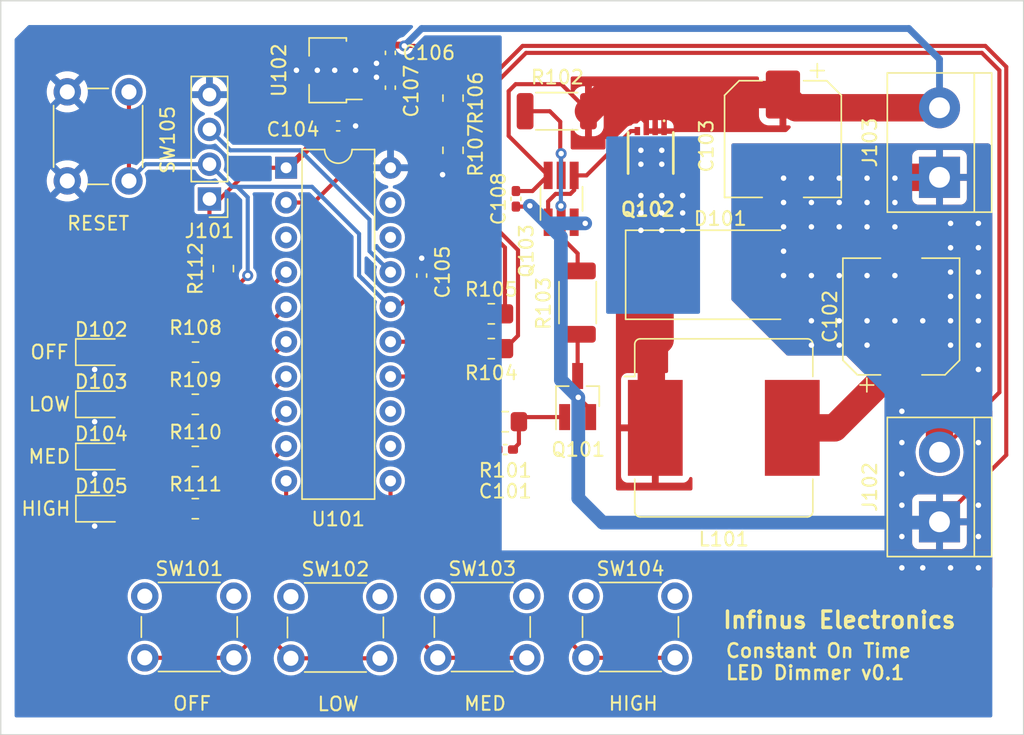
<source format=kicad_pcb>
(kicad_pcb (version 20221018) (generator pcbnew)
  (layers (0 "F.Cu" signal) (31 "B.Cu" signal) (34 "B.Paste" user) (35 "F.Paste" user) (36 "B.SilkS" user "B.Silkscreen") (37 "F.SilkS" user "F.Silkscreen") (38 "B.Mask" user) (39 "F.Mask" user) (44 "Edge.Cuts" user))
  (net 0 "")
  (net 1 "/PWM_OUT")
  (net 2 "Net-(Q101-B)")
  (net 3 "GND")
  (net 4 "VCC")
  (net 5 "+3.3V")
  (net 6 "/SBWTDIO{slash}RST")
  (net 7 "Net-(D102-A)")
  (net 8 "Net-(D103-A)")
  (net 9 "Net-(D104-A)")
  (net 10 "Net-(D105-A)")
  (net 11 "/SBWTCK")
  (net 12 "Net-(Q101-C)")
  (net 13 "Net-(Q102-G)")
  (net 14 "Net-(Q103A-B1)")
  (net 15 "/VFB")
  (net 16 "/VCC_SNS")
  (net 17 "Net-(U101-P2.1{slash}TA1.1)")
  (net 18 "Net-(U101-P2.2{slash}TA1.1)")
  (net 19 "Net-(U101-P2.3{slash}TA1.0)")
  (net 20 "/SW")
  (net 21 "Net-(J102-Pin_2)")
  (net 22 "Net-(U101-P2.0{slash}TA1.0)")
  (net 23 "Net-(U101-UCA0TXD{slash}UCA0SIMO{slash}TA0.1{slash}CA2{slash}A2{slash}P1.2)")
  (net 24 "Net-(U101-CAOUT{slash}VREF-{slash}VeREF-{slash}CA3{slash}A3{slash}P1.3)")
  (net 25 "Net-(U101-TCK{slash}SMCLK{slash}UCB0STE{slash}UCA0CLK{slash}VREF+{slash}VeREF+{slash}CA4{slash}A4{slash}P1.4)")
  (net 30 "Net-(U101-TMS{slash}UCB0CLK{slash}UCA0STE{slash}TA0.0{slash}CA5{slash}A5{slash}P1.5)")
  (footprint "TerminalBlock:TerminalBlock_bornier-2_P5.08mm" (layer "F.Cu") (at 237.19 90.874 90)
    (fp_text reference "J103")
    (fp_text value "VIN")
  )
  (footprint "Resistor_SMD:R_0805_2012Metric_Pad1.20x1.40mm_HandSolder" (layer "F.Cu") (at 182.864 111.252 180)
    (fp_text reference "R110")
    (fp_text value "1k")
  )
  (footprint "Connector_PinHeader_2.54mm:PinHeader_1x04_P2.54mm_Vertical" (layer "F.Cu") (at 183.896 92.456 180)
    (fp_text reference "J101")
    (fp_text value "SBW")
  )
  (footprint "Capacitor_SMD:C_0402_1005Metric_Pad0.74x0.62mm_HandSolder" (layer "F.Cu") (at 193.294 87.122)
    (fp_text reference "C104")
    (fp_text value "1u")
  )
  (footprint "Resistor_SMD:R_0805_2012Metric_Pad1.20x1.40mm_HandSolder" (layer "F.Cu") (at 201.676 85.09 -90)
    (fp_text reference "R106")
    (fp_text value "9k1")
  )
  (footprint "Button_Switch_THT:SW_PUSH_6mm" (layer "F.Cu") (at 189.842 121.484)
    (fp_text reference "SW102")
    (fp_text value "LOW")
  )
  (footprint "Package_TO_SOT_SMD:TSOT-23-6_HandSoldering" (layer "F.Cu") (at 209.57 92.442 90)
    (fp_text reference "Q103")
    (fp_text value "PBSS4240DPN")
  )
  (footprint "Diode_SMD:D_0805_2012Metric_Pad1.15x1.40mm_HandSolder" (layer "F.Cu") (at 175.997 103.632)
    (fp_text reference "D102")
    (fp_text value "OFF")
  )
  (footprint "Capacitor_SMD:C_0402_1005Metric_Pad0.74x0.62mm_HandSolder" (layer "F.Cu") (at 197.104 81.788 -90)
    (fp_text reference "C106")
    (fp_text value "1u")
  )
  (footprint "Resistor_SMD:R_0805_2012Metric_Pad1.20x1.40mm_HandSolder" (layer "F.Cu") (at 204.47 100.838)
    (fp_text reference "R105")
    (fp_text value "1k")
  )
  (footprint "Capacitor_SMD:CP_Elec_8x10" (layer "F.Cu") (at 234.396 101.034 90)
    (fp_text reference "C102")
    (fp_text value "330u")
  )
  (footprint "Button_Switch_THT:SW_PUSH_6mm" (layer "F.Cu") (at 211.38 121.448)
    (fp_text reference "SW104")
    (fp_text value "HIGH")
  )
  (footprint "Resistor_SMD:R_0805_2012Metric_Pad1.20x1.40mm_HandSolder" (layer "F.Cu") (at 182.864 107.442 180)
    (fp_text reference "R109")
    (fp_text value "1k")
  )
  (footprint "Diode_SMD:D_0805_2012Metric_Pad1.15x1.40mm_HandSolder" (layer "F.Cu") (at 175.997 111.252)
    (fp_text reference "D104")
    (fp_text value "MED")
  )
  (footprint "Capacitor_SMD:C_0402_1005Metric_Pad0.74x0.62mm_HandSolder" (layer "F.Cu") (at 197.104 84.328 90)
    (fp_text reference "C107")
    (fp_text value "1u")
  )
  (footprint "Capacitor_SMD:C_0402_1005Metric_Pad0.74x0.62mm_HandSolder" (layer "F.Cu") (at 205.486 110.744)
    (fp_text reference "C101")
    (fp_text value "1n")
  )
  (footprint "Button_Switch_THT:SW_PUSH_6mm" (layer "F.Cu") (at 173.518 91.134 90)
    (fp_text reference "SW105")
    (fp_text value "RESET")
  )
  (footprint "Resistor_SMD:R_0805_2012Metric_Pad1.20x1.40mm_HandSolder" (layer "F.Cu") (at 182.864 115.062 180)
    (fp_text reference "R111")
    (fp_text value "1k")
  )
  (footprint "Diode_SMD:D_SMC_Handsoldering" (layer "F.Cu") (at 221.188 97.986)
    (fp_text reference "D101")
    (fp_text value "SS35")
  )
  (footprint "Resistor_SMD:R_0805_2012Metric_Pad1.20x1.40mm_HandSolder" (layer "F.Cu") (at 201.676 88.9 -90)
    (fp_text reference "R107")
    (fp_text value "1k")
  )
  (footprint "Inductor_SMD:L_Bourns_SRR1208_12.7x12.7mm" (layer "F.Cu") (at 221.442 109.162)
    (fp_text reference "L101")
    (fp_text value "56u")
  )
  (footprint "PXP015:PXP01530QLJ" (layer "F.Cu") (at 216.108 89.096 180)
    (fp_text reference "Q102")
    (fp_text value "PXP015-30QL" hide)
  )
  (footprint "Capacitor_SMD:C_0402_1005Metric_Pad0.74x0.62mm_HandSolder" (layer "F.Cu") (at 199.39 98.044 90)
    (fp_text reference "C105")
    (fp_text value "1n")
  )
  (footprint "Package_TO_SOT_SMD:SOT-23_Handsoldering" (layer "F.Cu") (at 210.774 106.876 90)
    (fp_text reference "Q101")
    (fp_text value "PMBT4401")
  )
  (footprint "Diode_SMD:D_0805_2012Metric_Pad1.15x1.40mm_HandSolder" (layer "F.Cu") (at 175.997 107.442)
    (fp_text reference "D103")
    (fp_text value "LOW")
  )
  (footprint "Package_TO_SOT_SMD:SOT-89-3" (layer "F.Cu") (at 192.532 83.058 180)
    (fp_text reference "U102")
    (fp_text value "AP2204RB-3.3")
  )
  (footprint "Capacitor_SMD:C_0402_1005Metric_Pad0.74x0.62mm_HandSolder" (layer "F.Cu") (at 206.268 92.442 -90)
    (fp_text reference "C108")
    (fp_text value "1u")
  )
  (footprint "Resistor_SMD:R_0805_2012Metric_Pad1.20x1.40mm_HandSolder" (layer "F.Cu") (at 184.912 97.536 -90)
    (fp_text reference "R112")
    (fp_text value "47k")
  )
  (footprint "Resistor_SMD:R_0805_2012Metric_Pad1.20x1.40mm_HandSolder" (layer "F.Cu") (at 205.486 108.712)
    (fp_text reference "R101")
    (fp_text value "1k")
  )
  (footprint "Resistor_SMD:R_0805_2012Metric_Pad1.20x1.40mm_HandSolder" (layer "F.Cu") (at 182.88 103.632 180)
    (fp_text reference "R108")
    (fp_text value "1k")
  )
  (footprint "Button_Switch_THT:SW_PUSH_6mm" (layer "F.Cu") (at 200.562 121.448)
    (fp_text reference "SW103")
    (fp_text value "MED")
  )
  (footprint "Capacitor_SMD:CP_Elec_8x10" (layer "F.Cu") (at 225.76 88.08 -90)
    (fp_text reference "C103")
    (fp_text value "470u")
  )
  (footprint "Button_Switch_THT:SW_PUSH_6mm" (layer "F.Cu") (at 179.174 121.448)
    (fp_text reference "SW101")
    (fp_text value "OFF")
  )
  (footprint "Package_DIP:DIP-20_W7.62mm" (layer "F.Cu") (at 189.494 90.175)
    (fp_text reference "U101")
    (fp_text value "MSP430G2553IN20")
  )
  (footprint "Resistor_SMD:R_2010_5025Metric" (layer "F.Cu") (at 209.25 86.048)
    (fp_text reference "R102")
    (fp_text value "470")
  )
  (footprint "TerminalBlock:TerminalBlock_bornier-2_P5.08mm" (layer "F.Cu") (at 237.19 116.02 90)
    (fp_text reference "J102")
    (fp_text value "OUT")
  )
  (footprint "Resistor_SMD:R_0805_2012Metric_Pad1.20x1.40mm_HandSolder" (layer "F.Cu") (at 204.47 103.378 180)
    (fp_text reference "R104")
    (fp_text value "3k9")
  )
  (footprint "Resistor_SMD:R_2010_5025Metric" (layer "F.Cu") (at 210.774 100.018 90)
    (fp_text reference "R103")
    (fp_text value "470")
  )
  (footprint "Diode_SMD:D_0805_2012Metric_Pad1.15x1.40mm_HandSolder" (layer "F.Cu") (at 176.006 115.062)
    (fp_text reference "D105")
    (fp_text value "HIGH")
  )
  (gr_poly (pts (xy 243.332 77.978) (xy 243.332 131.572) (xy 168.656 131.572) (xy 168.656 77.978)) (stroke (width 0.1)) (fill none) (layer "Edge.Cuts"))
  (gr_text "Constant On Time\nLED Dimmer v0.1" (at 221.488 126.238) (layer "F.SilkS") (effects (font (size 1 1) (thickness 0.1875)) (justify left)))
  (gr_text "Infinus Electronics" (at 238.506 123.19) (layer "F.SilkS") (effects (font (size 1.2 1.2) (thickness 0.25) bold) (justify right)))
  (segment (start 197.114 105.415) (end 201.935 105.415) (width 0.3) (layer "F.Cu") (net 1))
  (segment (start 201.935 105.415) (end 204.486 107.966) (width 0.3) (layer "F.Cu") (net 1))
  (segment (start 204.486 107.966) (end 204.486 108.712) (width 0.3) (layer "F.Cu") (net 1))
  (segment (start 204.486 108.712) (end 204.486 110.3115) (width 0.3) (layer "F.Cu") (net 1))
  (segment (start 204.486 110.3115) (end 204.9185 110.744) (width 0.3) (layer "F.Cu") (net 1))
  (segment (start 206.486 108.712) (end 206.486 110.3115) (width 0.3) (layer "F.Cu") (net 2))
  (segment (start 206.486 108.712) (end 206.822 108.376) (width 0.3) (layer "F.Cu") (net 2))
  (segment (start 206.822 108.376) (end 209.824 108.376) (width 0.3) (layer "F.Cu") (net 2))
  (segment (start 206.486 110.3115) (end 206.0535 110.744) (width 0.3) (layer "F.Cu") (net 2))
  (segment (start 225.806 98.044) (end 225.864 97.986) (width 2) (layer "F.Cu") (net 3))
  (segment (start 225.806 90.932) (end 225.806 91.284) (width 2) (layer "F.Cu") (net 3))
  (segment (start 229.87 90.932) (end 229.812 90.874) (width 2) (layer "F.Cu") (net 3))
  (segment (start 225.76 92.664) (end 225.806 92.71) (width 2) (layer "F.Cu") (net 3))
  (segment (start 225.806 94.488) (end 225.76 94.534) (width 2) (layer "F.Cu") (net 3))
  (segment (start 199.39 97.4765) (end 199.39 96.774) (width 0.3) (layer "F.Cu") (net 3))
  (segment (start 174.981 115.062) (end 174.981 115.799) (width 0.3) (layer "F.Cu") (net 3))
  (segment (start 233.934 98.044) (end 233.992 97.986) (width 2) (layer "F.Cu") (net 3))
  (segment (start 174.972 103.632) (end 174.972 104.36) (width 0.3) (layer "F.Cu") (net 3))
  (segment (start 205.47 100.838) (end 205.47 95.996) (width 0.3) (layer "F.Cu") (net 3))
  (segment (start 196.2825 82.3555) (end 196.088 82.55) (width 0.5) (layer "F.Cu") (net 3))
  (segment (start 191.77 83.058) (end 190.246 83.058) (width 0.5) (layer "F.Cu") (net 3))
  (segment (start 242.062 82.804) (end 242.062 111.148) (width 0.3) (layer "F.Cu") (net 3))
  (segment (start 242.062 111.148) (end 237.19 116.02) (width 0.3) (layer "F.Cu") (net 3))
  (segment (start 226.216 90.874) (end 226.158 90.932) (width 2) (layer "F.Cu") (net 3))
  (segment (start 233.992 90.874) (end 233.934 90.932) (width 2) (layer "F.Cu") (net 3))
  (segment (start 204.216 83.82) (end 206.756 81.28) (width 0.3) (layer "F.Cu") (net 3))
  (segment (start 225.76 92.756) (end 225.76 94.442) (width 2) (layer "F.Cu") (net 3))
  (segment (start 233.934 90.932) (end 233.876 90.874) (width 2) (layer "F.Cu") (net 3))
  (segment (start 207.2245 93.0095) (end 207.284 92.95) (width 0.3) (layer "F.Cu") (net 3))
  (segment (start 197.104 82.3555) (end 196.2825 82.3555) (width 0.5) (layer "F.Cu") (net 3))
  (segment (start 206.756 81.28) (end 240.538 81.28) (width 0.3) (layer "F.Cu") (net 3))
  (segment (start 231.96 90.874) (end 231.902 90.932) (width 2) (layer "F.Cu") (net 3))
  (segment (start 204.216 94.742) (end 204.216 83.82) (width 0.3) (layer "F.Cu") (net 3))
  (segment (start 227.838 98.044) (end 227.896 97.986) (width 2) (layer "F.Cu") (net 3))
  (segment (start 174.972 111.98) (end 175.514 112.522) (width 0.3) (layer "F.Cu") (net 3))
  (segment (start 206.268 93.0095) (end 207.2245 93.0095) (width 0.3) (layer "F.Cu") (net 3))
  (segment (start 174.972 107.442) (end 174.972 108.17) (width 0.3) (layer "F.Cu") (net 3))
  (segment (start 225.864 97.986) (end 227.78 97.986) (width 2) (layer "F.Cu") (net 3))
  (segment (start 211.246 94.152) (end 210.52 94.152) (width 0.3) (layer "F.Cu") (net 3))
  (segment (start 231.844 97.986) (end 231.902 98.044) (width 2) (layer "F.Cu") (net 3))
  (segment (start 233.992 97.986) (end 234.194 97.986) (width 2) (layer "F.Cu") (net 3))
  (segment (start 229.928 97.986) (end 231.844 97.986) (width 2) (layer "F.Cu") (net 3))
  (segment (start 231.844 90.874) (end 229.928 90.874) (width 2) (layer "F.Cu") (net 3))
  (segment (start 210.82 106.934) (end 211.724 107.838) (width 0.3) (layer "F.Cu") (net 3))
  (segment (start 231.902 98.044) (end 231.96 97.986) (width 2) (layer "F.Cu") (net 3))
  (segment (start 225.76 97.814) (end 225.588 97.986) (width 2) (layer "F.Cu") (net 3))
  (segment (start 225.748 97.986) (end 225.806 98.044) (width 2) (layer "F.Cu") (net 3))
  (segment (start 193.8615 87.122) (end 194.564 87.122) (width 0.5) (layer "F.Cu") (net 3))
  (segment (start 174.981 115.799) (end 175.514 116.332) (width 0.3) (layer "F.Cu") (net 3))
  (segment (start 233.876 90.874) (end 231.96 90.874) (width 2) (layer "F.Cu") (net 3))
  (segment (start 174.972 104.36) (end 175.514 104.902) (width 0.3) (layer "F.Cu") (net 3))
  (segment (start 225.76 94.534) (end 225.76 96.22) (width 2) (layer "F.Cu") (net 3))
  (segment (start 231.96 97.986) (end 233.876 97.986) (width 2) (layer "F.Cu") (net 3))
  (segment (start 201.676 89.916) (end 200.914 90.678) (width 0.3) (layer "F.Cu") (net 3))
  (segment (start 225.588 97.986) (end 225.748 97.986) (width 2) (layer "F.Cu") (net 3))
  (segment (start 240.538 81.28) (end 242.062 82.804) (width 0.3) (layer "F.Cu") (net 3))
  (segment (start 231.902 90.932) (end 231.844 90.874) (width 2) (layer "F.Cu") (net 3))
  (segment (start 225.806 91.284) (end 225.76 91.33) (width 2) (layer "F.Cu") (net 3))
  (segment (start 229.928 90.874) (end 229.87 90.932) (width 2) (layer "F.Cu") (net 3))
  (segment (start 225.806 96.266) (end 225.76 96.312) (width 2) (layer "F.Cu") (net 3))
  (segment (start 227.78 90.874) (end 226.216 90.874) (width 2) (layer "F.Cu") (net 3))
  (segment (start 211.724 107.838) (end 211.724 108.376) (width 0.3) (layer "F.Cu") (net 3))
  (segment (start 227.896 90.874) (end 227.838 90.932) (width 2) (layer "F.Cu") (net 3))
  (segment (start 229.812 90.874) (end 227.896 90.874) (width 2) (layer "F.Cu") (net 3))
  (segment (start 225.806 92.71) (end 225.76 92.756) (width 2) (layer "F.Cu") (net 3))
  (segment (start 229.812 97.986) (end 229.87 98.044) (width 2) (layer "F.Cu") (net 3))
  (segment (start 225.76 96.22) (end 225.806 96.266) (width 2) (layer "F.Cu") (net 3))
  (segment (start 196.2825 83.7605) (end 196.088 83.566) (width 0.5) (layer "F.Cu") (net 3))
  (segment (start 174.972 111.252) (end 174.972 111.98) (width 0.3) (layer "F.Cu") (net 3))
  (segment (start 227.896 97.986) (end 229.812 97.986) (width 2) (layer "F.Cu") (net 3))
  (segment (start 174.972 108.17) (end 175.514 108.712) (width 0.3) (layer "F.Cu") (net 3))
  (segment (start 225.76 96.312) (end 225.76 97.814) (width 2) (layer "F.Cu") (net 3))
  (segment (start 237.19 90.874) (end 233.992 90.874) (width 2) (layer "F.Cu") (net 3))
  (segment (start 225.76 94.442) (end 225.806 94.488) (width 2) (layer "F.Cu") (net 3))
  (segment (start 233.876 97.986) (end 233.934 98.044) (width 2) (layer "F.Cu") (net 3))
  (segment (start 197.104 83.7605) (end 196.2825 83.7605) (width 0.5) (layer "F.Cu") (net 3))
  (segment (start 229.87 98.044) (end 229.928 97.986) (width 2) (layer "F.Cu") (net 3))
  (segment (start 201.676 89.9) (end 201.676 89.916) (width 0.3) (layer "F.Cu") (net 3))
  (segment (start 205.47 95.996) (end 204.216 94.742) (width 0.3) (layer "F.Cu") (net 3))
  (segment (start 225.76 91.33) (end 225.76 92.664) (width 2) (layer "F.Cu") (net 3))
  (segment (start 226.158 90.932) (end 225.806 90.932) (width 2) (layer "F.Cu") (net 3))
  (segment (start 211.328 94.234) (end 211.246 94.152) (width 0.3) (layer "F.Cu") (net 3))
  (segment (start 227.78 97.986) (end 227.838 98.044) (width 2) (layer "F.Cu") (net 3))
  (segment (start 227.838 90.932) (end 227.78 90.874) (width 2) (layer "F.Cu") (net 3))
  (segment (start 234.194 97.986) (end 234.396 97.784) (width 2) (layer "F.Cu") (net 3))
  (via (at 196.088 83.566) (size 0.8) (drill 0.4) (layers "F.Cu" "B.Cu") (net 3))
  (via (at 235.966 119.38) (size 0.8) (drill 0.4) (layers "F.Cu" "B.Cu") (net 3))
  (via (at 240.03 117.094) (size 0.8) (drill 0.4) (layers "F.Cu" "B.Cu") (net 3))
  (via (at 233.934 101.346) (size 0.8) (drill 0.4) (layers "F.Cu" "B.Cu") (net 3))
  (via (at 227.838 103.124) (size 0.8) (drill 0.4) (layers "F.Cu" "B.Cu") (net 3))
  (via (at 229.87 94.488) (size 0.8) (drill 0.4) (layers "F.Cu" "B.Cu") (net 3))
  (via (at 231.902 98.044) (size 0.8) (drill 0.4) (layers "F.Cu" "B.Cu") (net 3))
  (via (at 175.514 112.522) (size 0.8) (drill 0.4) (layers "F.Cu" "B.Cu") (net 3))
  (via (at 237.998 97.79) (size 0.8) (drill 0.4) (layers "F.Cu" "B.Cu") (net 3))
  (via (at 191.77 83.058) (size 0.8) (drill 0.4) (layers "F.Cu" "B.Cu") (net 3))
  (via (at 240.03 104.902) (size 0.8) (drill 0.4) (layers "F.Cu" "B.Cu") (net 3))
  (via (at 237.998 101.346) (size 0.8) (drill 0.4) (layers "F.Cu" "B.Cu") (net 3))
  (via (at 240.03 101.346) (size 0.8) (drill 0.4) (layers "F.Cu" "B.Cu") (net 3))
  (via (at 196.088 82.55) (size 0.8) (drill 0.4) (layers "F.Cu" "B.Cu") (net 3))
  (via (at 227.838 92.71) (size 0.8) (drill 0.4) (layers "F.Cu" "B.Cu") (net 3))
  (via (at 231.902 90.932) (size 0.8) (drill 0.4) (layers "F.Cu" "B.Cu") (net 3))
  (via (at 199.39 96.774) (size 0.8) (drill 0.4) (layers "F.Cu" "B.Cu") (net 3))
  (via (at 237.998 94.234) (size 0.8) (drill 0.4) (layers "F.Cu" "B.Cu") (net 3))
  (via (at 193.04 83.058) (size 0.8) (drill 0.4) (layers "F.Cu" "B.Cu") (net 3))
  (via (at 211.328 94.234) (size 0.8) (drill 0.4) (layers "F.Cu" "B.Cu") (net 3))
  (via (at 237.998 103.124) (size 0.8) (drill 0.4) (layers "F.Cu" "B.Cu") (net 3))
  (via (at 175.514 116.332) (size 0.8) (drill 0.4) (layers "F.Cu" "B.Cu") (net 3))
  (via (at 227.838 90.932) (size 0.8) (drill 0.4) (layers "F.Cu" "B.Cu") (net 3))
  (via (at 234.442 114.808) (size 0.8) (drill 0.4) (layers "F.Cu" "B.Cu") (net 3))
  (via (at 237.998 119.38) (size 0.8) (drill 0.4) (layers "F.Cu" "B.Cu") (net 3))
  (via (at 200.914 90.678) (size 0.8) (drill 0.4) (layers "F.Cu" "B.Cu") (net 3))
  (via (at 231.902 103.124) (size 0.8) (drill 0.4) (layers "F.Cu" "B.Cu") (net 3))
  (via (at 233.934 94.488) (size 0.8) (drill 0.4) (layers "F.Cu" "B.Cu") (net 3))
  (via (at 240.03 114.808) (size 0.8) (drill 0.4) (layers "F.Cu" "B.Cu") (net 3))
  (via (at 240.03 103.124) (size 0.8) (drill 0.4) (layers "F.Cu" "B.Cu") (net 3))
  (via (at 231.902 94.488) (size 0.8) (drill 0.4) (layers "F.Cu" "B.Cu") (net 3))
  (via (at 229.87 98.044) (size 0.8) (drill 0.4) (layers "F.Cu" "B.Cu") (net 3))
  (via (at 231.902 92.71) (size 0.8) (drill 0.4) (layers "F.Cu" "B.Cu") (net 3))
  (via (at 175.514 104.902) (size 0.8) (drill 0.4) (layers "F.Cu" "B.Cu") (net 3))
  (via (at 237.998 99.568) (size 0.8) (drill 0.4) (layers "F.Cu" "B.Cu") (net 3))
  (via (at 225.806 96.266) (size 0.8) (drill 0.4) (layers "F.Cu" "B.Cu") (net 3))
  (via (at 234.442 110.236) (size 0.8) (drill 0.4) (layers "F.Cu" "B.Cu") (net 3))
  (via (at 225.806 92.71) (size 0.8) (drill 0.4) (layers "F.Cu" "B.Cu") (net 3))
  (via (at 234.442 107.95) (size 0.8) (drill 0.4) (layers "F.Cu" "B.Cu") (net 3))
  (via (at 229.87 103.124) (size 0.8) (drill 0.4) (layers "F.Cu" "B.Cu") (net 3))
  (via (at 237.998 96.012) (size 0.8) (drill 0.4) (layers "F.Cu" "B.Cu") (net 3))
  (via (at 190.246 83.058) (size 0.8) (drill 0.4) (layers "F.Cu" "B.Cu") (net 3))
  (via (at 227.838 94.488) (size 0.8) (drill 0.4) (layers "F.Cu" "B.Cu") (net 3))
  (via (at 227.838 101.346) (size 0.8) (drill 0.4) (layers "F.Cu" "B.Cu") (net 3))
  (via (at 229.87 101.346) (size 0.8) (drill 0.4) (layers "F.Cu" "B.Cu") (net 3))
  (via (at 240.03 97.79) (size 0.8) (drill 0.4) (layers "F.Cu" "B.Cu") (net 3))
  (via (at 233.934 98.044) (size 0.8) (drill 0.4) (layers "F.Cu" "B.Cu") (net 3))
  (via (at 234.442 112.522) (size 0.8) (drill 0.4) (layers "F.Cu" "B.Cu") (net 3))
  (via (at 231.902 101.346) (size 0.8) (drill 0.4) (layers "F.Cu" "B.Cu") (net 3))
  (via (at 240.03 94.234) (size 0.8) (drill 0.4) (layers "F.Cu" "B.Cu") (net 3))
  (via (at 194.564 87.122) (size 0.8) (drill 0.4) (layers "F.Cu" "B.Cu") (net 3))
  (via (at 210.82 106.934) (size 0.8) (drill 0.4) (layers "F.Cu" "B.Cu") (net 3))
  (via (at 235.966 101.346) (size 0.8) (drill 0.4) (layers "F.Cu" "B.Cu") (net 3))
  (via (at 227.838 98.044) (size 0.8) (drill 0.4) (layers "F.Cu" "B.Cu") (net 3))
  (via (at 225.806 94.488) (size 0.8) (drill 0.4) (layers "F.Cu" "B.Cu") (net 3))
  (via (at 207.284 92.95) (size 0.8) (drill 0.4) (layers "F.Cu" "B.Cu") (net 3))
  (via (at 233.934 90.932) (size 0.8) (drill 0.4) (layers "F.Cu" "B.Cu") (net 3))
  (via (at 194.564 83.058) (size 0.8) (drill 0.4) (layers "F.Cu" "B.Cu") (net 3))
  (via (at 225.806 98.044) (size 0.8) (drill 0.4) (layers "F.Cu" "B.Cu") (net 3))
  (via (at 240.03 119.38) (size 0.8) (drill 0.4) (layers "F.Cu" "B.Cu") (net 3))
  (via (at 234.442 119.38) (size 0.8) (drill 0.4) (layers "F.Cu" "B.Cu") (net 3))
  (via (at 225.806 90.932) (size 0.8) (drill 0.4) (layers "F.Cu" "B.Cu") (net 3))
  (via (at 229.87 92.71) (size 0.8) (drill 0.4) (layers "F.Cu" "B.Cu") (net 3))
  (via (at 229.87 90.932) (size 0.8) (drill 0.4) (layers "F.Cu" "B.Cu") (net 3))
  (via (at 240.03 110.236) (size 0.8) (drill 0.4) (layers "F.Cu" "B.Cu") (net 3))
  (via (at 240.03 96.012) (size 0.8) (drill 0.4) (layers "F.Cu" "B.Cu") (net 3))
  (via (at 175.514 108.712) (size 0.8) (drill 0.4) (layers "F.Cu" "B.Cu") (net 3))
  (via (at 233.934 92.71) (size 0.8) (drill 0.4) (layers "F.Cu" "B.Cu") (net 3))
  (via (at 240.03 99.568) (size 0.8) (drill 0.4) (layers "F.Cu" "B.Cu") (net 3))
  (via (at 234.442 117.094) (size 0.8) (drill 0.4) (layers "F.Cu" "B.Cu") (net 3))
  (segment (start 237.19 116.02) (end 237.04 116.02) (width 1) (layer "B.Cu") (net 3))
  (segment (start 236.982 116.078) (end 212.598 116.078) (width 1) (layer "B.Cu") (net 3))
  (segment (start 210.82 106.934) (end 209.55 105.664) (width 1) (layer "B.Cu") (net 3))
  (segment (start 208.568 94.234) (end 211.328 94.234) (width 1) (layer "B.Cu") (net 3))
  (segment (start 210.82 114.3) (end 210.82 106.934) (width 1) (layer "B.Cu") (net 3))
  (segment (start 212.598 116.078) (end 210.82 114.3) (width 1) (layer "B.Cu") (net 3))
  (segment (start 237.04 116.02) (end 236.982 116.078) (width 1) (layer "B.Cu") (net 3))
  (segment (start 209.55 95.216) (end 207.284 92.95) (width 1) (layer "B.Cu") (net 3))
  (segment (start 209.55 105.664) (end 209.55 95.216) (width 1) (layer "B.Cu") (net 3))
  (segment (start 207.284 92.95) (end 208.568 94.234) (width 1) (layer "B.Cu") (net 3))
  (segment (start 194.482 81.558) (end 196.7665 81.558) (width 0.5) (layer "F.Cu") (net 4))
  (segment (start 197.104 81.2205) (end 198.0605 81.2205) (width 0.5) (layer "F.Cu") (net 4))
  (segment (start 215.842 86.048) (end 216.433 86.639) (width 0.3) (layer "F.Cu") (net 4))
  (segment (start 196.7665 81.558) (end 197.104 81.2205) (width 0.5) (layer "F.Cu") (net 4))
  (segment (start 208.62 90.732) (end 205.74 87.852) (width 0.3) (layer "F.Cu") (net 4))
  (segment (start 214.935 86.048) (end 215.842 86.048) (width 0.3) (layer "F.Cu") (net 4))
  (segment (start 215.783 86.896) (end 215.783 87.496) (width 0.3) (layer "F.Cu") (net 4))
  (segment (start 198.0605 81.2205) (end 198.12 81.28) (width 0.5) (layer "F.Cu") (net 4))
  (segment (start 215.842 86.048) (end 216.604 86.048) (width 0.3) (layer "F.Cu") (net 4))
  (segment (start 205.74 84.582) (end 206.248 84.074) (width 0.3) (layer "F.Cu") (net 4))
  (segment (start 212.7805 84.83) (end 225.76 84.83) (width 2) (layer "F.Cu") (net 4))
  (segment (start 211.5625 86.048) (end 212.7805 84.83) (width 2) (layer "F.Cu") (net 4))
  (segment (start 216.433 86.639) (end 216.433 87.496) (width 0.3) (layer "F.Cu") (net 4))
  (segment (start 206.248 84.074) (end 209.5885 84.074) (width 0.3) (layer "F.Cu") (net 4))
  (segment (start 198.866 81.28) (end 198.12 81.28) (width 0.3) (layer "F.Cu") (net 4))
  (segment (start 237.19 85.794) (end 226.724 85.794) (width 2) (layer "F.Cu") (net 4))
  (segment (start 226.724 85.794) (end 225.76 84.83) (width 2) (layer "F.Cu") (net 4))
  (segment (start 214.935 86.048) (end 215.783 86.896) (width 0.3) (layer "F.Cu") (net 4))
  (segment (start 216.604 86.048) (end 217.083 86.527) (width 0.3) (layer "F.Cu") (net 4))
  (segment (start 201.676 84.09) (end 198.866 81.28) (width 0.3) (layer "F.Cu") (net 4))
  (segment (start 205.74 87.852) (end 205.74 84.582) (width 0.3) (layer "F.Cu") (net 4))
  (segment (start 206.268 91.8745) (end 207.4775 91.8745) (width 0.3) (layer "F.Cu") (net 4))
  (segment (start 217.083 86.527) (end 217.083 87.496) (width 0.3) (layer "F.Cu") (net 4))
  (segment (start 211.5625 86.048) (end 214.935 86.048) (width 0.3) (layer "F.Cu") (net 4))
  (segment (start 209.5885 84.074) (end 211.5625 86.048) (width 0.3) (layer "F.Cu") (net 4))
  (segment (start 207.4775 91.8745) (end 208.62 90.732) (width 0.3) (layer "F.Cu") (net 4))
  (via (at 198.12 81.28) (size 0.8) (drill 0.4) (layers "F.Cu" "B.Cu") (net 4))
  (segment (start 234.95 80.01) (end 237.19 82.25) (width 0.5) (layer "B.Cu") (net 4))
  (segment (start 237.19 82.25) (end 237.19 85.794) (width 0.5) (layer "B.Cu") (net 4))
  (segment (start 199.39 80.01) (end 234.95 80.01) (width 0.5) (layer "B.Cu") (net 4))
  (segment (start 198.12 81.28) (end 199.39 80.01) (width 0.5) (layer "B.Cu") (net 4))
  (segment (start 196.7665 84.558) (end 197.104 84.8955) (width 0.5) (layer "F.Cu") (net 5))
  (segment (start 186.944 90.17) (end 186.949 90.175) (width 0.3) (layer "F.Cu") (net 5))
  (segment (start 189.6735 90.175) (end 192.7265 87.122) (width 0.5) (layer "F.Cu") (net 5))
  (segment (start 189.499 90.17) (end 189.494 90.175) (width 0.5) (layer "F.Cu") (net 5))
  (segment (start 186.949 90.175) (end 189.494 90.175) (width 0.3) (layer "F.Cu") (net 5))
  (segment (start 193.908401 85.852) (end 196.1475 85.852) (width 0.5) (layer "F.Cu") (net 5))
  (segment (start 184.658 92.456) (end 186.944 90.17) (width 0.3) (layer "F.Cu") (net 5))
  (segment (start 196.1475 85.852) (end 197.104 84.8955) (width 0.5) (layer "F.Cu") (net 5))
  (segment (start 183.896 92.456) (end 184.658 92.456) (width 0.3) (layer "F.Cu") (net 5))
  (segment (start 189.494 90.175) (end 189.6735 90.175) (width 0.5) (layer "F.Cu") (net 5))
  (segment (start 183.896 95.52) (end 183.896 92.456) (width 0.3) (layer "F.Cu") (net 5))
  (segment (start 184.912 96.536) (end 183.896 95.52) (width 0.3) (layer "F.Cu") (net 5))
  (segment (start 192.7265 87.033901) (end 193.908401 85.852) (width 0.5) (layer "F.Cu") (net 5))
  (segment (start 192.7265 87.122) (end 192.7265 87.033901) (width 0.5) (layer "F.Cu") (net 5))
  (segment (start 194.482 84.558) (end 196.7665 84.558) (width 0.5) (layer "F.Cu") (net 5))
  (segment (start 184.912 98.536) (end 186.198 98.536) (width 0.3) (layer "F.Cu") (net 6))
  (segment (start 197.114 100.335) (end 197.6665 100.335) (width 0.3) (layer "F.Cu") (net 6))
  (segment (start 186.198 98.536) (end 186.69 98.044) (width 0.3) (layer "F.Cu") (net 6))
  (segment (start 197.6665 100.335) (end 199.39 98.6115) (width 0.3) (layer "F.Cu") (net 6))
  (segment (start 178.018 84.634) (end 178.018 91.134) (width 0.3) (layer "F.Cu") (net 6))
  (via (at 186.69 98.044) (size 0.8) (drill 0.4) (layers "F.Cu" "B.Cu") (net 6))
  (segment (start 179.236 89.916) (end 178.018 91.134) (width 0.3) (layer "B.Cu") (net 6))
  (segment (start 194.818 94.996) (end 194.818 98.044) (width 0.3) (layer "B.Cu") (net 6))
  (segment (start 183.896 89.916) (end 185.545 91.565) (width 0.3) (layer "B.Cu") (net 6))
  (segment (start 195.077 98.298) (end 197.114 100.335) (width 0.3) (layer "B.Cu") (net 6))
  (segment (start 191.387 91.565) (end 194.818 94.996) (width 0.3) (layer "B.Cu") (net 6))
  (segment (start 185.545 91.565) (end 185.928 91.565) (width 0.3) (layer "B.Cu") (net 6))
  (segment (start 195.072 98.298) (end 195.077 98.298) (width 0.3) (layer "B.Cu") (net 6))
  (segment (start 185.928 91.565) (end 191.387 91.565) (width 0.3) (layer "B.Cu") (net 6))
  (segment (start 186.69 92.327) (end 185.928 91.565) (width 0.3) (layer "B.Cu") (net 6))
  (segment (start 183.896 89.916) (end 179.236 89.916) (width 0.3) (layer "B.Cu") (net 6))
  (segment (start 194.818 98.044) (end 195.072 98.298) (width 0.3) (layer "B.Cu") (net 6))
  (segment (start 186.69 98.044) (end 186.69 92.327) (width 0.3) (layer "B.Cu") (net 6))
  (segment (start 181.88 103.632) (end 177.022 103.632) (width 0.3) (layer "F.Cu") (net 7))
  (segment (start 181.864 107.442) (end 177.022 107.442) (width 0.3) (layer "F.Cu") (net 8))
  (segment (start 181.864 111.252) (end 177.022 111.252) (width 0.3) (layer "F.Cu") (net 9))
  (segment (start 181.864 115.062) (end 177.031 115.062) (width 0.3) (layer "F.Cu") (net 10))
  (segment (start 183.896 87.376) (end 185.42 88.9) (width 0.3) (layer "B.Cu") (net 11))
  (segment (start 195.58 96.261) (end 197.114 97.795) (width 0.3) (layer "B.Cu") (net 11))
  (segment (start 195.58 93.961) (end 195.58 96.261) (width 0.3) (layer "B.Cu") (net 11))
  (segment (start 185.42 88.9) (end 190.519 88.9) (width 0.3) (layer "B.Cu") (net 11))
  (segment (start 190.519 88.9) (end 195.58 93.961) (width 0.3) (layer "B.Cu") (net 11))
  (segment (start 210.774 102.3305) (end 210.774 105.376) (width 0.3) (layer "F.Cu") (net 12))
  (segment (start 208.62 94.152) (end 208.62 92.63) (width 0.3) (layer "F.Cu") (net 13))
  (segment (start 211.424 90.732) (end 214.66 87.496) (width 0.3) (layer "F.Cu") (net 13))
  (segment (start 210.52 90.732) (end 211.424 90.732) (width 0.3) (layer "F.Cu") (net 13))
  (segment (start 210.245 92.082) (end 210.52 91.807) (width 0.3) (layer "F.Cu") (net 13))
  (segment (start 209.168 92.082) (end 210.245 92.082) (width 0.3) (layer "F.Cu") (net 13))
  (segment (start 210.52 91.807) (end 210.52 90.732) (width 0.3) (layer "F.Cu") (net 13))
  (segment (start 214.66 87.496) (end 215.133 87.496) (width 0.3) (layer "F.Cu") (net 13))
  (segment (start 208.62 92.63) (end 209.168 92.082) (width 0.3) (layer "F.Cu") (net 13))
  (segment (start 209.57 92.984) (end 209.57 94.152) (width 0.3) (layer "F.Cu") (net 14))
  (segment (start 209.55 95.207) (end 210.774 96.431) (width 0.3) (layer "F.Cu") (net 14))
  (segment (start 209.55 92.964) (end 209.57 92.984) (width 0.3) (layer "F.Cu") (net 14))
  (segment (start 208.742 86.048) (end 209.504 86.81) (width 0.3) (layer "F.Cu") (net 14))
  (segment (start 209.504 89.074) (end 209.57 89.14) (width 0.3) (layer "F.Cu") (net 14))
  (segment (start 206.9375 86.048) (end 208.742 86.048) (width 0.3) (layer "F.Cu") (net 14))
  (segment (start 209.55 92.964) (end 209.55 95.207) (width 0.3) (layer "F.Cu") (net 14))
  (segment (start 209.57 90.732) (end 209.57 89.14) (width 0.3) (layer "F.Cu") (net 14))
  (segment (start 210.774 96.431) (end 210.774 97.7055) (width 0.3) (layer "F.Cu") (net 14))
  (segment (start 209.504 86.81) (end 209.504 89.074) (width 0.3) (layer "F.Cu") (net 14))
  (via (at 209.55 92.964) (size 0.8) (drill 0.4) (layers "F.Cu" "B.Cu") (net 14))
  (via (at 209.57 89.14) (size 0.8) (drill 0.4) (layers "F.Cu" "B.Cu") (net 14))
  (segment (start 209.55 89.16) (end 209.57 89.14) (width 0.3) (layer "B.Cu") (net 14))
  (segment (start 209.55 92.964) (end 209.55 89.16) (width 0.3) (layer "B.Cu") (net 14))
  (segment (start 200.147 102.875) (end 200.914 102.108) (width 0.3) (layer "F.Cu") (net 15))
  (segment (start 197.114 102.875) (end 200.147 102.875) (width 0.3) (layer "F.Cu") (net 15))
  (segment (start 203.47 100.838) (end 203.47 102.362) (width 0.3) (layer "F.Cu") (net 15))
  (segment (start 203.47 102.362) (end 203.47 103.378) (width 0.3) (layer "F.Cu") (net 15))
  (segment (start 200.914 102.108) (end 203.47 102.108) (width 0.3) (layer "F.Cu") (net 15))
  (segment (start 191.511 92.715) (end 197.358 86.868) (width 0.3) (layer "F.Cu") (net 16))
  (segment (start 197.358 86.868) (end 201.676 86.868) (width 0.3) (layer "F.Cu") (net 16))
  (segment (start 189.494 92.715) (end 191.511 92.715) (width 0.3) (layer "F.Cu") (net 16))
  (segment (start 201.676 87.9) (end 201.676 86.868) (width 0.3) (layer "F.Cu") (net 16))
  (segment (start 201.676 86.868) (end 201.676 86.09) (width 0.3) (layer "F.Cu") (net 16))
  (segment (start 189.842 125.984) (end 187.96 124.102) (width 0.3) (layer "F.Cu") (net 17))
  (segment (start 187.96 112.029) (end 189.494 110.495) (width 0.3) (layer "F.Cu") (net 17))
  (segment (start 187.96 124.102) (end 187.96 112.029) (width 0.3) (layer "F.Cu") (net 17))
  (segment (start 189.842 125.984) (end 196.342 125.984) (width 0.3) (layer "F.Cu") (net 17))
  (segment (start 207.062 125.948) (end 200.562 125.948) (width 0.3) (layer "F.Cu") (net 18))
  (segment (start 200.562 125.948) (end 198.628 124.014) (width 0.3) (layer "F.Cu") (net 18))
  (segment (start 189.494 117.358) (end 189.494 113.035) (width 0.3) (layer "F.Cu") (net 18))
  (segment (start 196.15 124.014) (end 189.494 117.358) (width 0.3) (layer "F.Cu") (net 18))
  (segment (start 198.628 124.014) (end 196.15 124.014) (width 0.3) (layer "F.Cu") (net 18))
  (segment (start 211.38 125.948) (end 209.296 123.864) (width 0.3) (layer "F.Cu") (net 19))
  (segment (start 197.114 115.072) (end 197.114 113.035) (width 0.3) (layer "F.Cu") (net 19))
  (segment (start 205.906 123.864) (end 197.114 115.072) (width 0.3) (layer "F.Cu") (net 19))
  (segment (start 209.296 123.864) (end 205.906 123.864) (width 0.3) (layer "F.Cu") (net 19))
  (segment (start 211.38 125.948) (end 217.88 125.948) (width 0.3) (layer "F.Cu") (net 19))
  (segment (start 216.788 94.614) (end 216.788 94.106) (width 2) (layer "F.Cu") (net 20))
  (segment (start 216.154 103.378) (end 216.154 108.874) (width 2) (layer "F.Cu") (net 20))
  (segment (start 216.788 97.986) (end 216.788 94.87) (width 2) (layer "F.Cu") (net 20))
  (segment (start 216.916 94.742) (end 216.788 94.614) (width 2) (layer "F.Cu") (net 20))
  (segment (start 216.788 97.986) (end 216.788 102.744) (width 2) (layer "F.Cu") (net 20))
  (segment (start 215.392 94.742) (end 215.9 93.218) (width 2) (layer "F.Cu") (net 20))
  (segment (start 215.392 92.202) (end 215.392 93.472) (width 2) (layer "F.Cu") (net 20))
  (segment (start 216.916 92.202) (end 215.392 92.202) (width 2) (layer "F.Cu") (net 20))
  (segment (start 216.154 108.874) (end 216.442 109.162) (width 2) (layer "F.Cu") (net 20))
  (segment (start 216.916 93.472) (end 216.916 92.202) (width 2) (layer "F.Cu") (net 20))
  (segment (start 216.788 94.87) (end 216.916 94.742) (width 2) (layer "F.Cu") (net 20))
  (segment (start 216.788 94.106) (end 216.916 93.472) (width 2) (layer "F.Cu") (net 20))
  (segment (start 216.788 102.744) (end 216.154 103.378) (width 2) (layer "F.Cu") (net 20))
  (segment (start 215.392 93.472) (end 215.392 94.742) (width 2) (layer "F.Cu") (net 20))
  (via (at 215.392 89.916) (size 0.8) (drill 0.4) (layers "F.Cu" "B.Cu") (net 20))
  (via (at 215.392 88.9) (size 0.8) (drill 0.4) (layers "F.Cu" "B.Cu") (net 20))
  (via (at 216.916 92.202) (size 0.8) (drill 0.4) (layers "F.Cu" "B.Cu") (net 20))
  (via (at 215.392 92.202) (size 0.8) (drill 0.4) (layers "F.Cu" "B.Cu") (net 20))
  (via (at 216.916 93.472) (size 0.8) (drill 0.4) (layers "F.Cu" "B.Cu") (net 20))
  (via (at 215.392 94.742) (size 0.8) (drill 0.4) (layers "F.Cu" "B.Cu") (net 20))
  (via (at 216.916 88.9) (size 0.8) (drill 0.4) (layers "F.Cu" "B.Cu") (net 20))
  (via (at 216.916 94.742) (size 0.8) (drill 0.4) (layers "F.Cu" "B.Cu") (net 20))
  (via (at 218.44 92.202) (size 0.8) (drill 0.4) (layers "F.Cu" "B.Cu") (net 20))
  (via (at 218.44 93.472) (size 0.8) (drill 0.4) (layers "F.Cu" "B.Cu") (net 20))
  (via (at 216.916 89.916) (size 0.8) (drill 0.4) (layers "F.Cu" "B.Cu") (net 20))
  (via (at 218.44 94.742) (size 0.8) (drill 0.4) (layers "F.Cu" "B.Cu") (net 20))
  (via (at 215.392 93.472) (size 0.8) (drill 0.4) (layers "F.Cu" "B.Cu") (net 20))
  (segment (start 240.284 81.788) (end 241.562 83.066) (width 0.3) (layer "F.Cu") (net 21))
  (segment (start 206.42 96.184) (end 204.724 94.488) (width 0.3) (layer "F.Cu") (net 21))
  (segment (start 241.562 83.066) (end 241.562 106.568) (width 0.3) (layer "F.Cu") (net 21))
  (segment (start 237.19 110.94) (end 237.19 107.078) (width 2) (layer "F.Cu") (net 21))
  (segment (start 206.42 102.428) (end 206.42 96.184) (width 0.3) (layer "F.Cu") (net 21))
  (segment (start 205.47 103.378) (end 206.42 102.428) (width 0.3) (layer "F.Cu") (net 21))
  (segment (start 226.442 109.162) (end 229.518 109.162) (width 2) (layer "F.Cu") (net 21))
  (segment (start 204.724 94.488) (end 204.724 84.074) (width 0.3) (layer "F.Cu") (net 21))
  (segment (start 229.518 109.162) (end 234.396 104.284) (width 2) (layer "F.Cu") (net 21))
  (segment (start 204.724 84.074) (end 207.01 81.788) (width 0.3) (layer "F.Cu") (net 21))
  (segment (start 237.19 107.078) (end 234.396 104.284) (width 2) (layer "F.Cu") (net 21))
  (segment (start 207.01 81.788) (end 240.284 81.788) (width 0.3) (layer "F.Cu") (net 21))
  (segment (start 241.562 106.568) (end 237.19 110.94) (width 0.3) (layer "F.Cu") (net 21))
  (segment (start 187.452 124.17) (end 187.452 109.997) (width 0.3) (layer "F.Cu") (net 22))
  (segment (start 187.452 109.997) (end 189.494 107.955) (width 0.3) (layer "F.Cu") (net 22))
  (segment (start 179.174 125.948) (end 185.674 125.948) (width 0.3) (layer "F.Cu") (net 22))
  (segment (start 185.674 125.948) (end 187.452 124.17) (width 0.3) (layer "F.Cu") (net 22))
  (segment (start 183.88 103.409) (end 183.88 103.632) (width 0.3) (layer "F.Cu") (net 23))
  (segment (start 189.494 97.795) (end 183.88 103.409) (width 0.3) (layer "F.Cu") (net 23))
  (segment (start 183.864 107.442) (end 184.912 107.442) (width 0.3) (layer "F.Cu") (net 24))
  (segment (start 185.166 104.663) (end 189.494 100.335) (width 0.3) (layer "F.Cu") (net 24))
  (segment (start 185.166 107.188) (end 185.166 104.663) (width 0.3) (layer "F.Cu") (net 24))
  (segment (start 184.912 107.442) (end 185.166 107.188) (width 0.3) (layer "F.Cu") (net 24))
  (segment (start 184.912 111.252) (end 183.864 111.252) (width 0.3) (layer "F.Cu") (net 25))
  (segment (start 185.928 110.236) (end 184.912 111.252) (width 0.3) (layer "F.Cu") (net 25))
  (segment (start 189.494 102.875) (end 185.928 106.441) (width 0.3) (layer "F.Cu") (net 25))
  (segment (start 185.928 106.441) (end 185.928 110.236) (width 0.3) (layer "F.Cu") (net 25))
  (segment (start 189.494 105.415) (end 186.682 108.227) (width 0.3) (layer "F.Cu") (net 30))
  (segment (start 186.682 108.227) (end 186.682 112.244) (width 0.3) (layer "F.Cu") (net 30))
  (segment (start 186.682 112.244) (end 183.864 115.062) (width 0.3) (layer "F.Cu") (net 30))
  (zone (net 20) (net_name "/SW") (layer "F.Cu") (priority 1) (connect_pads (clearance 0.25)) (min_thickness 0.25) (fill yes (thermal_gap 0.5) (thermal_bridge_width 0.5))
    (polygon (pts (xy 213.568 113.734) (xy 213.568 88.334) (xy 219.176661 88.334) (xy 219.182526 95.332035) (xy 219.664 95.66791) (xy 219.664 100.272) (xy 217.632 100.272) (xy 217.378 100.526) (xy 217.378 105.098) (xy 219.156 105.098) (xy 219.156 113.734)))
  )
  (zone (net 4) (net_name "VCC") (layer "F.Cu") (connect_pads (clearance 0.25)) (min_thickness 0.25) (fill yes (thermal_gap 0.5) (thermal_bridge_width 0.5))
    (polygon (pts (xy 212.805641 88.08) (xy 212.806 88.842) (xy 210.266 88.842) (xy 210.266 83.508) (xy 227.03 83.508) (xy 227.03 86.556) (xy 226.014 87.572) (xy 217.886 87.572) (xy 217.378 88.08)))
  )
  (zone (net 3) (net_name "GND") (layers "F&B.Cu") (priority 2) (connect_pads (clearance 0.25)) (min_thickness 0.25) (fill yes (thermal_gap 0.5) (thermal_bridge_width 0.5))
    (polygon (pts (xy 240.792 88.392) (xy 221.996 88.392) (xy 221.996 99.822) (xy 226.06 103.886) (xy 230.378 103.886) (xy 233.172 106.68) (xy 233.172 120.65) (xy 233.426 120.904) (xy 241.046 120.904) (xy 241.046 88.646)))
  )
  (zone (net 3) (net_name "GND") (layer "B.Cu") (priority 3) (connect_pads (clearance 0.25)) (min_thickness 0.25) (fill yes (thermal_gap 0.5) (thermal_bridge_width 0.5))
    (polygon (pts (xy 205.232 79.756) (xy 170.688 79.756) (xy 169.672 80.772) (xy 169.672 130.302) (xy 224.79 130.302) (xy 241.046 130.302) (xy 241.046 118.11) (xy 211.582 118.11) (xy 205.232 118.11)))
  )
  (zone (net 20) (net_name "/SW") (layer "B.Cu") (priority 4) (connect_pads (clearance 0.25)) (min_thickness 0.25) (fill yes (thermal_gap 0.5) (thermal_bridge_width 0.5))
    (polygon (pts (xy 212.852 87.884) (xy 219.71 87.884) (xy 219.71 100.838) (xy 212.852 100.838)))
  )
)
</source>
